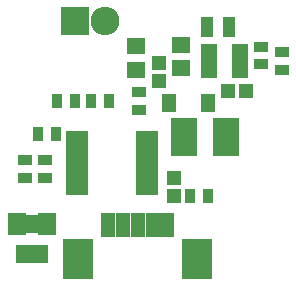
<source format=gbr>
G04 #@! TF.FileFunction,Soldermask,Top*
%FSLAX46Y46*%
G04 Gerber Fmt 4.6, Leading zero omitted, Abs format (unit mm)*
G04 Created by KiCad (PCBNEW 4.0.1-2.fc23-product) date Wed 16 Mar 2016 04:27:10 PM CET*
%MOMM*%
G01*
G04 APERTURE LIST*
%ADD10C,0.100000*%
%ADD11R,1.150000X1.200000*%
%ADD12R,1.200000X1.150000*%
%ADD13R,1.650000X1.400000*%
%ADD14R,1.310000X1.620000*%
%ADD15R,2.178000X3.194000*%
%ADD16R,1.300000X0.900000*%
%ADD17R,0.900000X1.300000*%
%ADD18R,1.100000X1.700000*%
%ADD19R,1.600000X1.900000*%
%ADD20R,2.800000X1.500000*%
%ADD21R,1.200000X1.600000*%
%ADD22R,1.400760X1.090880*%
%ADD23R,1.900000X0.850000*%
%ADD24R,2.432000X2.432000*%
%ADD25O,2.432000X2.432000*%
%ADD26R,1.200000X2.000000*%
%ADD27R,2.500000X3.400000*%
G04 APERTURE END LIST*
D10*
D11*
X162150000Y-91300000D03*
X162150000Y-89800000D03*
D12*
X168250000Y-82400000D03*
X166750000Y-82400000D03*
D13*
X158950000Y-78600000D03*
X158950000Y-80600000D03*
X162750000Y-78500000D03*
X162750000Y-80500000D03*
D11*
X160900000Y-81550000D03*
X160900000Y-80050000D03*
D14*
X161765000Y-83400000D03*
X165035000Y-83400000D03*
D15*
X163022000Y-86300000D03*
X166578000Y-86300000D03*
D16*
X149550000Y-88250000D03*
X149550000Y-89750000D03*
X151250000Y-88250000D03*
X151250000Y-89750000D03*
D17*
X152150000Y-86100000D03*
X150650000Y-86100000D03*
X165000000Y-91300000D03*
X163500000Y-91300000D03*
D16*
X159200000Y-84000000D03*
X159200000Y-82500000D03*
D18*
X164950000Y-77000000D03*
X166850000Y-77000000D03*
D17*
X156650000Y-83250000D03*
X155150000Y-83250000D03*
X153750000Y-83250000D03*
X152250000Y-83250000D03*
D19*
X151370000Y-93660000D03*
X148830000Y-93660000D03*
D20*
X150100000Y-96200000D03*
D21*
X150100000Y-93660000D03*
D16*
X171300000Y-80600000D03*
X171300000Y-79100000D03*
X169500000Y-78650000D03*
X169500000Y-80150000D03*
D22*
X167750480Y-80849960D03*
X167750480Y-79900000D03*
X167750480Y-78950040D03*
X165149520Y-78950040D03*
X165149520Y-79900000D03*
X165149520Y-80849960D03*
D23*
X159850000Y-90765000D03*
X159850000Y-90115000D03*
X159850000Y-89465000D03*
X159850000Y-88815000D03*
X159850000Y-88165000D03*
X159850000Y-87515000D03*
X159850000Y-86865000D03*
X159850000Y-86215000D03*
X153950000Y-86215000D03*
X153950000Y-86865000D03*
X153950000Y-87515000D03*
X153950000Y-88165000D03*
X153950000Y-88815000D03*
X153950000Y-89465000D03*
X153950000Y-90115000D03*
X153950000Y-90765000D03*
D24*
X153800000Y-76500000D03*
D25*
X156340000Y-76500000D03*
D26*
X156600000Y-93750000D03*
X157850000Y-93750000D03*
X159100000Y-93750000D03*
X160350000Y-93750000D03*
X161600000Y-93750000D03*
D27*
X154050000Y-96650000D03*
X164150000Y-96650000D03*
M02*

</source>
